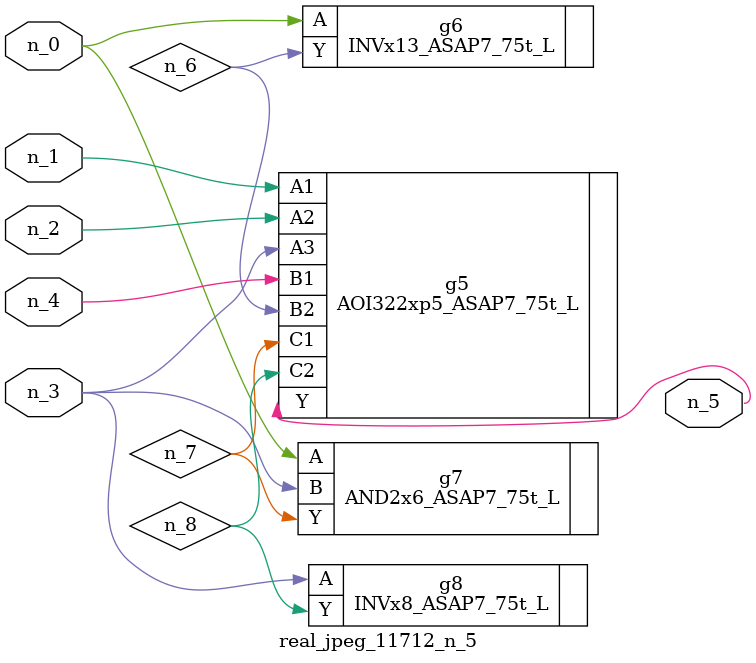
<source format=v>
module real_jpeg_11712_n_5 (n_4, n_0, n_1, n_2, n_3, n_5);

input n_4;
input n_0;
input n_1;
input n_2;
input n_3;

output n_5;

wire n_8;
wire n_6;
wire n_7;

INVx13_ASAP7_75t_L g6 ( 
.A(n_0),
.Y(n_6)
);

AND2x6_ASAP7_75t_L g7 ( 
.A(n_0),
.B(n_3),
.Y(n_7)
);

AOI322xp5_ASAP7_75t_L g5 ( 
.A1(n_1),
.A2(n_2),
.A3(n_3),
.B1(n_4),
.B2(n_6),
.C1(n_7),
.C2(n_8),
.Y(n_5)
);

INVx8_ASAP7_75t_L g8 ( 
.A(n_3),
.Y(n_8)
);


endmodule
</source>
